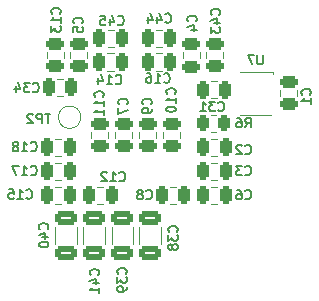
<source format=gbo>
G04 #@! TF.GenerationSoftware,KiCad,Pcbnew,7.0.7-7.0.7~ubuntu22.04.1*
G04 #@! TF.CreationDate,2023-10-22T18:43:05+02:00*
G04 #@! TF.ProjectId,bitaxeUltra,62697461-7865-4556-9c74-72612e6b6963,rev?*
G04 #@! TF.SameCoordinates,Original*
G04 #@! TF.FileFunction,Legend,Bot*
G04 #@! TF.FilePolarity,Positive*
%FSLAX46Y46*%
G04 Gerber Fmt 4.6, Leading zero omitted, Abs format (unit mm)*
G04 Created by KiCad (PCBNEW 7.0.7-7.0.7~ubuntu22.04.1) date 2023-10-22 18:43:05*
%MOMM*%
%LPD*%
G01*
G04 APERTURE LIST*
G04 Aperture macros list*
%AMRoundRect*
0 Rectangle with rounded corners*
0 $1 Rounding radius*
0 $2 $3 $4 $5 $6 $7 $8 $9 X,Y pos of 4 corners*
0 Add a 4 corners polygon primitive as box body*
4,1,4,$2,$3,$4,$5,$6,$7,$8,$9,$2,$3,0*
0 Add four circle primitives for the rounded corners*
1,1,$1+$1,$2,$3*
1,1,$1+$1,$4,$5*
1,1,$1+$1,$6,$7*
1,1,$1+$1,$8,$9*
0 Add four rect primitives between the rounded corners*
20,1,$1+$1,$2,$3,$4,$5,0*
20,1,$1+$1,$4,$5,$6,$7,0*
20,1,$1+$1,$6,$7,$8,$9,0*
20,1,$1+$1,$8,$9,$2,$3,0*%
G04 Aperture macros list end*
%ADD10C,0.150000*%
%ADD11C,0.120000*%
%ADD12RoundRect,0.250000X-0.250000X-0.475000X0.250000X-0.475000X0.250000X0.475000X-0.250000X0.475000X0*%
%ADD13RoundRect,0.250000X0.250000X0.475000X-0.250000X0.475000X-0.250000X-0.475000X0.250000X-0.475000X0*%
%ADD14RoundRect,0.250000X0.475000X-0.250000X0.475000X0.250000X-0.475000X0.250000X-0.475000X-0.250000X0*%
%ADD15R,1.700000X1.700000*%
%ADD16O,1.700000X1.700000*%
%ADD17C,3.200000*%
%ADD18C,1.100000*%
%ADD19R,2.030000X1.730000*%
%ADD20O,2.030000X1.730000*%
%ADD21R,2.600000X2.600000*%
%ADD22C,2.600000*%
%ADD23RoundRect,0.250000X-0.650000X0.325000X-0.650000X-0.325000X0.650000X-0.325000X0.650000X0.325000X0*%
%ADD24RoundRect,0.250000X-0.475000X0.250000X-0.475000X-0.250000X0.475000X-0.250000X0.475000X0.250000X0*%
%ADD25R,0.900000X1.000000*%
%ADD26RoundRect,0.250000X0.262500X0.450000X-0.262500X0.450000X-0.262500X-0.450000X0.262500X-0.450000X0*%
%ADD27C,1.500000*%
G04 APERTURE END LIST*
D10*
X230914285Y-75686104D02*
X230952381Y-75724200D01*
X230952381Y-75724200D02*
X231066666Y-75762295D01*
X231066666Y-75762295D02*
X231142857Y-75762295D01*
X231142857Y-75762295D02*
X231257143Y-75724200D01*
X231257143Y-75724200D02*
X231333333Y-75648009D01*
X231333333Y-75648009D02*
X231371428Y-75571819D01*
X231371428Y-75571819D02*
X231409524Y-75419438D01*
X231409524Y-75419438D02*
X231409524Y-75305152D01*
X231409524Y-75305152D02*
X231371428Y-75152771D01*
X231371428Y-75152771D02*
X231333333Y-75076580D01*
X231333333Y-75076580D02*
X231257143Y-75000390D01*
X231257143Y-75000390D02*
X231142857Y-74962295D01*
X231142857Y-74962295D02*
X231066666Y-74962295D01*
X231066666Y-74962295D02*
X230952381Y-75000390D01*
X230952381Y-75000390D02*
X230914285Y-75038485D01*
X230228571Y-75228961D02*
X230228571Y-75762295D01*
X230419047Y-74924200D02*
X230609524Y-75495628D01*
X230609524Y-75495628D02*
X230114285Y-75495628D01*
X229428571Y-74962295D02*
X229809523Y-74962295D01*
X229809523Y-74962295D02*
X229847619Y-75343247D01*
X229847619Y-75343247D02*
X229809523Y-75305152D01*
X229809523Y-75305152D02*
X229733333Y-75267057D01*
X229733333Y-75267057D02*
X229542857Y-75267057D01*
X229542857Y-75267057D02*
X229466666Y-75305152D01*
X229466666Y-75305152D02*
X229428571Y-75343247D01*
X229428571Y-75343247D02*
X229390476Y-75419438D01*
X229390476Y-75419438D02*
X229390476Y-75609914D01*
X229390476Y-75609914D02*
X229428571Y-75686104D01*
X229428571Y-75686104D02*
X229466666Y-75724200D01*
X229466666Y-75724200D02*
X229542857Y-75762295D01*
X229542857Y-75762295D02*
X229733333Y-75762295D01*
X229733333Y-75762295D02*
X229809523Y-75724200D01*
X229809523Y-75724200D02*
X229847619Y-75686104D01*
X234914285Y-75506104D02*
X234952381Y-75544200D01*
X234952381Y-75544200D02*
X235066666Y-75582295D01*
X235066666Y-75582295D02*
X235142857Y-75582295D01*
X235142857Y-75582295D02*
X235257143Y-75544200D01*
X235257143Y-75544200D02*
X235333333Y-75468009D01*
X235333333Y-75468009D02*
X235371428Y-75391819D01*
X235371428Y-75391819D02*
X235409524Y-75239438D01*
X235409524Y-75239438D02*
X235409524Y-75125152D01*
X235409524Y-75125152D02*
X235371428Y-74972771D01*
X235371428Y-74972771D02*
X235333333Y-74896580D01*
X235333333Y-74896580D02*
X235257143Y-74820390D01*
X235257143Y-74820390D02*
X235142857Y-74782295D01*
X235142857Y-74782295D02*
X235066666Y-74782295D01*
X235066666Y-74782295D02*
X234952381Y-74820390D01*
X234952381Y-74820390D02*
X234914285Y-74858485D01*
X234228571Y-75048961D02*
X234228571Y-75582295D01*
X234419047Y-74744200D02*
X234609524Y-75315628D01*
X234609524Y-75315628D02*
X234114285Y-75315628D01*
X233466666Y-75048961D02*
X233466666Y-75582295D01*
X233657142Y-74744200D02*
X233847619Y-75315628D01*
X233847619Y-75315628D02*
X233352380Y-75315628D01*
X239486104Y-74885714D02*
X239524200Y-74847618D01*
X239524200Y-74847618D02*
X239562295Y-74733333D01*
X239562295Y-74733333D02*
X239562295Y-74657142D01*
X239562295Y-74657142D02*
X239524200Y-74542856D01*
X239524200Y-74542856D02*
X239448009Y-74466666D01*
X239448009Y-74466666D02*
X239371819Y-74428571D01*
X239371819Y-74428571D02*
X239219438Y-74390475D01*
X239219438Y-74390475D02*
X239105152Y-74390475D01*
X239105152Y-74390475D02*
X238952771Y-74428571D01*
X238952771Y-74428571D02*
X238876580Y-74466666D01*
X238876580Y-74466666D02*
X238800390Y-74542856D01*
X238800390Y-74542856D02*
X238762295Y-74657142D01*
X238762295Y-74657142D02*
X238762295Y-74733333D01*
X238762295Y-74733333D02*
X238800390Y-74847618D01*
X238800390Y-74847618D02*
X238838485Y-74885714D01*
X239028961Y-75571428D02*
X239562295Y-75571428D01*
X238724200Y-75380952D02*
X239295628Y-75190475D01*
X239295628Y-75190475D02*
X239295628Y-75685714D01*
X238762295Y-75914285D02*
X238762295Y-76409523D01*
X238762295Y-76409523D02*
X239067057Y-76142857D01*
X239067057Y-76142857D02*
X239067057Y-76257142D01*
X239067057Y-76257142D02*
X239105152Y-76333333D01*
X239105152Y-76333333D02*
X239143247Y-76371428D01*
X239143247Y-76371428D02*
X239219438Y-76409523D01*
X239219438Y-76409523D02*
X239409914Y-76409523D01*
X239409914Y-76409523D02*
X239486104Y-76371428D01*
X239486104Y-76371428D02*
X239524200Y-76333333D01*
X239524200Y-76333333D02*
X239562295Y-76257142D01*
X239562295Y-76257142D02*
X239562295Y-76028571D01*
X239562295Y-76028571D02*
X239524200Y-75952380D01*
X239524200Y-75952380D02*
X239486104Y-75914285D01*
X225986104Y-74785714D02*
X226024200Y-74747618D01*
X226024200Y-74747618D02*
X226062295Y-74633333D01*
X226062295Y-74633333D02*
X226062295Y-74557142D01*
X226062295Y-74557142D02*
X226024200Y-74442856D01*
X226024200Y-74442856D02*
X225948009Y-74366666D01*
X225948009Y-74366666D02*
X225871819Y-74328571D01*
X225871819Y-74328571D02*
X225719438Y-74290475D01*
X225719438Y-74290475D02*
X225605152Y-74290475D01*
X225605152Y-74290475D02*
X225452771Y-74328571D01*
X225452771Y-74328571D02*
X225376580Y-74366666D01*
X225376580Y-74366666D02*
X225300390Y-74442856D01*
X225300390Y-74442856D02*
X225262295Y-74557142D01*
X225262295Y-74557142D02*
X225262295Y-74633333D01*
X225262295Y-74633333D02*
X225300390Y-74747618D01*
X225300390Y-74747618D02*
X225338485Y-74785714D01*
X226062295Y-75547618D02*
X226062295Y-75090475D01*
X226062295Y-75319047D02*
X225262295Y-75319047D01*
X225262295Y-75319047D02*
X225376580Y-75242856D01*
X225376580Y-75242856D02*
X225452771Y-75166666D01*
X225452771Y-75166666D02*
X225490866Y-75090475D01*
X225262295Y-75814285D02*
X225262295Y-76309523D01*
X225262295Y-76309523D02*
X225567057Y-76042857D01*
X225567057Y-76042857D02*
X225567057Y-76157142D01*
X225567057Y-76157142D02*
X225605152Y-76233333D01*
X225605152Y-76233333D02*
X225643247Y-76271428D01*
X225643247Y-76271428D02*
X225719438Y-76309523D01*
X225719438Y-76309523D02*
X225909914Y-76309523D01*
X225909914Y-76309523D02*
X225986104Y-76271428D01*
X225986104Y-76271428D02*
X226024200Y-76233333D01*
X226024200Y-76233333D02*
X226062295Y-76157142D01*
X226062295Y-76157142D02*
X226062295Y-75928571D01*
X226062295Y-75928571D02*
X226024200Y-75852380D01*
X226024200Y-75852380D02*
X225986104Y-75814285D01*
X227870104Y-75624667D02*
X227908200Y-75586571D01*
X227908200Y-75586571D02*
X227946295Y-75472286D01*
X227946295Y-75472286D02*
X227946295Y-75396095D01*
X227946295Y-75396095D02*
X227908200Y-75281809D01*
X227908200Y-75281809D02*
X227832009Y-75205619D01*
X227832009Y-75205619D02*
X227755819Y-75167524D01*
X227755819Y-75167524D02*
X227603438Y-75129428D01*
X227603438Y-75129428D02*
X227489152Y-75129428D01*
X227489152Y-75129428D02*
X227336771Y-75167524D01*
X227336771Y-75167524D02*
X227260580Y-75205619D01*
X227260580Y-75205619D02*
X227184390Y-75281809D01*
X227184390Y-75281809D02*
X227146295Y-75396095D01*
X227146295Y-75396095D02*
X227146295Y-75472286D01*
X227146295Y-75472286D02*
X227184390Y-75586571D01*
X227184390Y-75586571D02*
X227222485Y-75624667D01*
X227146295Y-76348476D02*
X227146295Y-75967524D01*
X227146295Y-75967524D02*
X227527247Y-75929428D01*
X227527247Y-75929428D02*
X227489152Y-75967524D01*
X227489152Y-75967524D02*
X227451057Y-76043714D01*
X227451057Y-76043714D02*
X227451057Y-76234190D01*
X227451057Y-76234190D02*
X227489152Y-76310381D01*
X227489152Y-76310381D02*
X227527247Y-76348476D01*
X227527247Y-76348476D02*
X227603438Y-76386571D01*
X227603438Y-76386571D02*
X227793914Y-76386571D01*
X227793914Y-76386571D02*
X227870104Y-76348476D01*
X227870104Y-76348476D02*
X227908200Y-76310381D01*
X227908200Y-76310381D02*
X227946295Y-76234190D01*
X227946295Y-76234190D02*
X227946295Y-76043714D01*
X227946295Y-76043714D02*
X227908200Y-75967524D01*
X227908200Y-75967524D02*
X227870104Y-75929428D01*
X223714285Y-81386104D02*
X223752381Y-81424200D01*
X223752381Y-81424200D02*
X223866666Y-81462295D01*
X223866666Y-81462295D02*
X223942857Y-81462295D01*
X223942857Y-81462295D02*
X224057143Y-81424200D01*
X224057143Y-81424200D02*
X224133333Y-81348009D01*
X224133333Y-81348009D02*
X224171428Y-81271819D01*
X224171428Y-81271819D02*
X224209524Y-81119438D01*
X224209524Y-81119438D02*
X224209524Y-81005152D01*
X224209524Y-81005152D02*
X224171428Y-80852771D01*
X224171428Y-80852771D02*
X224133333Y-80776580D01*
X224133333Y-80776580D02*
X224057143Y-80700390D01*
X224057143Y-80700390D02*
X223942857Y-80662295D01*
X223942857Y-80662295D02*
X223866666Y-80662295D01*
X223866666Y-80662295D02*
X223752381Y-80700390D01*
X223752381Y-80700390D02*
X223714285Y-80738485D01*
X223447619Y-80662295D02*
X222952381Y-80662295D01*
X222952381Y-80662295D02*
X223219047Y-80967057D01*
X223219047Y-80967057D02*
X223104762Y-80967057D01*
X223104762Y-80967057D02*
X223028571Y-81005152D01*
X223028571Y-81005152D02*
X222990476Y-81043247D01*
X222990476Y-81043247D02*
X222952381Y-81119438D01*
X222952381Y-81119438D02*
X222952381Y-81309914D01*
X222952381Y-81309914D02*
X222990476Y-81386104D01*
X222990476Y-81386104D02*
X223028571Y-81424200D01*
X223028571Y-81424200D02*
X223104762Y-81462295D01*
X223104762Y-81462295D02*
X223333333Y-81462295D01*
X223333333Y-81462295D02*
X223409524Y-81424200D01*
X223409524Y-81424200D02*
X223447619Y-81386104D01*
X222266666Y-80928961D02*
X222266666Y-81462295D01*
X222457142Y-80624200D02*
X222647619Y-81195628D01*
X222647619Y-81195628D02*
X222152380Y-81195628D01*
X223526285Y-86392104D02*
X223564381Y-86430200D01*
X223564381Y-86430200D02*
X223678666Y-86468295D01*
X223678666Y-86468295D02*
X223754857Y-86468295D01*
X223754857Y-86468295D02*
X223869143Y-86430200D01*
X223869143Y-86430200D02*
X223945333Y-86354009D01*
X223945333Y-86354009D02*
X223983428Y-86277819D01*
X223983428Y-86277819D02*
X224021524Y-86125438D01*
X224021524Y-86125438D02*
X224021524Y-86011152D01*
X224021524Y-86011152D02*
X223983428Y-85858771D01*
X223983428Y-85858771D02*
X223945333Y-85782580D01*
X223945333Y-85782580D02*
X223869143Y-85706390D01*
X223869143Y-85706390D02*
X223754857Y-85668295D01*
X223754857Y-85668295D02*
X223678666Y-85668295D01*
X223678666Y-85668295D02*
X223564381Y-85706390D01*
X223564381Y-85706390D02*
X223526285Y-85744485D01*
X222764381Y-86468295D02*
X223221524Y-86468295D01*
X222992952Y-86468295D02*
X222992952Y-85668295D01*
X222992952Y-85668295D02*
X223069143Y-85782580D01*
X223069143Y-85782580D02*
X223145333Y-85858771D01*
X223145333Y-85858771D02*
X223221524Y-85896866D01*
X222307238Y-86011152D02*
X222383428Y-85973057D01*
X222383428Y-85973057D02*
X222421523Y-85934961D01*
X222421523Y-85934961D02*
X222459619Y-85858771D01*
X222459619Y-85858771D02*
X222459619Y-85820676D01*
X222459619Y-85820676D02*
X222421523Y-85744485D01*
X222421523Y-85744485D02*
X222383428Y-85706390D01*
X222383428Y-85706390D02*
X222307238Y-85668295D01*
X222307238Y-85668295D02*
X222154857Y-85668295D01*
X222154857Y-85668295D02*
X222078666Y-85706390D01*
X222078666Y-85706390D02*
X222040571Y-85744485D01*
X222040571Y-85744485D02*
X222002476Y-85820676D01*
X222002476Y-85820676D02*
X222002476Y-85858771D01*
X222002476Y-85858771D02*
X222040571Y-85934961D01*
X222040571Y-85934961D02*
X222078666Y-85973057D01*
X222078666Y-85973057D02*
X222154857Y-86011152D01*
X222154857Y-86011152D02*
X222307238Y-86011152D01*
X222307238Y-86011152D02*
X222383428Y-86049247D01*
X222383428Y-86049247D02*
X222421523Y-86087342D01*
X222421523Y-86087342D02*
X222459619Y-86163533D01*
X222459619Y-86163533D02*
X222459619Y-86315914D01*
X222459619Y-86315914D02*
X222421523Y-86392104D01*
X222421523Y-86392104D02*
X222383428Y-86430200D01*
X222383428Y-86430200D02*
X222307238Y-86468295D01*
X222307238Y-86468295D02*
X222154857Y-86468295D01*
X222154857Y-86468295D02*
X222078666Y-86430200D01*
X222078666Y-86430200D02*
X222040571Y-86392104D01*
X222040571Y-86392104D02*
X222002476Y-86315914D01*
X222002476Y-86315914D02*
X222002476Y-86163533D01*
X222002476Y-86163533D02*
X222040571Y-86087342D01*
X222040571Y-86087342D02*
X222078666Y-86049247D01*
X222078666Y-86049247D02*
X222154857Y-86011152D01*
X233712104Y-82482667D02*
X233750200Y-82444571D01*
X233750200Y-82444571D02*
X233788295Y-82330286D01*
X233788295Y-82330286D02*
X233788295Y-82254095D01*
X233788295Y-82254095D02*
X233750200Y-82139809D01*
X233750200Y-82139809D02*
X233674009Y-82063619D01*
X233674009Y-82063619D02*
X233597819Y-82025524D01*
X233597819Y-82025524D02*
X233445438Y-81987428D01*
X233445438Y-81987428D02*
X233331152Y-81987428D01*
X233331152Y-81987428D02*
X233178771Y-82025524D01*
X233178771Y-82025524D02*
X233102580Y-82063619D01*
X233102580Y-82063619D02*
X233026390Y-82139809D01*
X233026390Y-82139809D02*
X232988295Y-82254095D01*
X232988295Y-82254095D02*
X232988295Y-82330286D01*
X232988295Y-82330286D02*
X233026390Y-82444571D01*
X233026390Y-82444571D02*
X233064485Y-82482667D01*
X233788295Y-82863619D02*
X233788295Y-83016000D01*
X233788295Y-83016000D02*
X233750200Y-83092190D01*
X233750200Y-83092190D02*
X233712104Y-83130286D01*
X233712104Y-83130286D02*
X233597819Y-83206476D01*
X233597819Y-83206476D02*
X233445438Y-83244571D01*
X233445438Y-83244571D02*
X233140676Y-83244571D01*
X233140676Y-83244571D02*
X233064485Y-83206476D01*
X233064485Y-83206476D02*
X233026390Y-83168381D01*
X233026390Y-83168381D02*
X232988295Y-83092190D01*
X232988295Y-83092190D02*
X232988295Y-82939809D01*
X232988295Y-82939809D02*
X233026390Y-82863619D01*
X233026390Y-82863619D02*
X233064485Y-82825524D01*
X233064485Y-82825524D02*
X233140676Y-82787428D01*
X233140676Y-82787428D02*
X233331152Y-82787428D01*
X233331152Y-82787428D02*
X233407342Y-82825524D01*
X233407342Y-82825524D02*
X233445438Y-82863619D01*
X233445438Y-82863619D02*
X233483533Y-82939809D01*
X233483533Y-82939809D02*
X233483533Y-83092190D01*
X233483533Y-83092190D02*
X233445438Y-83168381D01*
X233445438Y-83168381D02*
X233407342Y-83206476D01*
X233407342Y-83206476D02*
X233331152Y-83244571D01*
X229648104Y-81847714D02*
X229686200Y-81809618D01*
X229686200Y-81809618D02*
X229724295Y-81695333D01*
X229724295Y-81695333D02*
X229724295Y-81619142D01*
X229724295Y-81619142D02*
X229686200Y-81504856D01*
X229686200Y-81504856D02*
X229610009Y-81428666D01*
X229610009Y-81428666D02*
X229533819Y-81390571D01*
X229533819Y-81390571D02*
X229381438Y-81352475D01*
X229381438Y-81352475D02*
X229267152Y-81352475D01*
X229267152Y-81352475D02*
X229114771Y-81390571D01*
X229114771Y-81390571D02*
X229038580Y-81428666D01*
X229038580Y-81428666D02*
X228962390Y-81504856D01*
X228962390Y-81504856D02*
X228924295Y-81619142D01*
X228924295Y-81619142D02*
X228924295Y-81695333D01*
X228924295Y-81695333D02*
X228962390Y-81809618D01*
X228962390Y-81809618D02*
X229000485Y-81847714D01*
X229724295Y-82609618D02*
X229724295Y-82152475D01*
X229724295Y-82381047D02*
X228924295Y-82381047D01*
X228924295Y-82381047D02*
X229038580Y-82304856D01*
X229038580Y-82304856D02*
X229114771Y-82228666D01*
X229114771Y-82228666D02*
X229152866Y-82152475D01*
X229724295Y-83371523D02*
X229724295Y-82914380D01*
X229724295Y-83142952D02*
X228924295Y-83142952D01*
X228924295Y-83142952D02*
X229038580Y-83066761D01*
X229038580Y-83066761D02*
X229114771Y-82990571D01*
X229114771Y-82990571D02*
X229152866Y-82914380D01*
X239414285Y-82986104D02*
X239452381Y-83024200D01*
X239452381Y-83024200D02*
X239566666Y-83062295D01*
X239566666Y-83062295D02*
X239642857Y-83062295D01*
X239642857Y-83062295D02*
X239757143Y-83024200D01*
X239757143Y-83024200D02*
X239833333Y-82948009D01*
X239833333Y-82948009D02*
X239871428Y-82871819D01*
X239871428Y-82871819D02*
X239909524Y-82719438D01*
X239909524Y-82719438D02*
X239909524Y-82605152D01*
X239909524Y-82605152D02*
X239871428Y-82452771D01*
X239871428Y-82452771D02*
X239833333Y-82376580D01*
X239833333Y-82376580D02*
X239757143Y-82300390D01*
X239757143Y-82300390D02*
X239642857Y-82262295D01*
X239642857Y-82262295D02*
X239566666Y-82262295D01*
X239566666Y-82262295D02*
X239452381Y-82300390D01*
X239452381Y-82300390D02*
X239414285Y-82338485D01*
X239147619Y-82262295D02*
X238652381Y-82262295D01*
X238652381Y-82262295D02*
X238919047Y-82567057D01*
X238919047Y-82567057D02*
X238804762Y-82567057D01*
X238804762Y-82567057D02*
X238728571Y-82605152D01*
X238728571Y-82605152D02*
X238690476Y-82643247D01*
X238690476Y-82643247D02*
X238652381Y-82719438D01*
X238652381Y-82719438D02*
X238652381Y-82909914D01*
X238652381Y-82909914D02*
X238690476Y-82986104D01*
X238690476Y-82986104D02*
X238728571Y-83024200D01*
X238728571Y-83024200D02*
X238804762Y-83062295D01*
X238804762Y-83062295D02*
X239033333Y-83062295D01*
X239033333Y-83062295D02*
X239109524Y-83024200D01*
X239109524Y-83024200D02*
X239147619Y-82986104D01*
X237890476Y-83062295D02*
X238347619Y-83062295D01*
X238119047Y-83062295D02*
X238119047Y-82262295D01*
X238119047Y-82262295D02*
X238195238Y-82376580D01*
X238195238Y-82376580D02*
X238271428Y-82452771D01*
X238271428Y-82452771D02*
X238347619Y-82490866D01*
X224953304Y-93057514D02*
X224991400Y-93019418D01*
X224991400Y-93019418D02*
X225029495Y-92905133D01*
X225029495Y-92905133D02*
X225029495Y-92828942D01*
X225029495Y-92828942D02*
X224991400Y-92714656D01*
X224991400Y-92714656D02*
X224915209Y-92638466D01*
X224915209Y-92638466D02*
X224839019Y-92600371D01*
X224839019Y-92600371D02*
X224686638Y-92562275D01*
X224686638Y-92562275D02*
X224572352Y-92562275D01*
X224572352Y-92562275D02*
X224419971Y-92600371D01*
X224419971Y-92600371D02*
X224343780Y-92638466D01*
X224343780Y-92638466D02*
X224267590Y-92714656D01*
X224267590Y-92714656D02*
X224229495Y-92828942D01*
X224229495Y-92828942D02*
X224229495Y-92905133D01*
X224229495Y-92905133D02*
X224267590Y-93019418D01*
X224267590Y-93019418D02*
X224305685Y-93057514D01*
X224496161Y-93743228D02*
X225029495Y-93743228D01*
X224191400Y-93552752D02*
X224762828Y-93362275D01*
X224762828Y-93362275D02*
X224762828Y-93857514D01*
X224229495Y-94314657D02*
X224229495Y-94390847D01*
X224229495Y-94390847D02*
X224267590Y-94467038D01*
X224267590Y-94467038D02*
X224305685Y-94505133D01*
X224305685Y-94505133D02*
X224381876Y-94543228D01*
X224381876Y-94543228D02*
X224534257Y-94581323D01*
X224534257Y-94581323D02*
X224724733Y-94581323D01*
X224724733Y-94581323D02*
X224877114Y-94543228D01*
X224877114Y-94543228D02*
X224953304Y-94505133D01*
X224953304Y-94505133D02*
X224991400Y-94467038D01*
X224991400Y-94467038D02*
X225029495Y-94390847D01*
X225029495Y-94390847D02*
X225029495Y-94314657D01*
X225029495Y-94314657D02*
X224991400Y-94238466D01*
X224991400Y-94238466D02*
X224953304Y-94200371D01*
X224953304Y-94200371D02*
X224877114Y-94162276D01*
X224877114Y-94162276D02*
X224724733Y-94124180D01*
X224724733Y-94124180D02*
X224534257Y-94124180D01*
X224534257Y-94124180D02*
X224381876Y-94162276D01*
X224381876Y-94162276D02*
X224305685Y-94200371D01*
X224305685Y-94200371D02*
X224267590Y-94238466D01*
X224267590Y-94238466D02*
X224229495Y-94314657D01*
X223526285Y-88424104D02*
X223564381Y-88462200D01*
X223564381Y-88462200D02*
X223678666Y-88500295D01*
X223678666Y-88500295D02*
X223754857Y-88500295D01*
X223754857Y-88500295D02*
X223869143Y-88462200D01*
X223869143Y-88462200D02*
X223945333Y-88386009D01*
X223945333Y-88386009D02*
X223983428Y-88309819D01*
X223983428Y-88309819D02*
X224021524Y-88157438D01*
X224021524Y-88157438D02*
X224021524Y-88043152D01*
X224021524Y-88043152D02*
X223983428Y-87890771D01*
X223983428Y-87890771D02*
X223945333Y-87814580D01*
X223945333Y-87814580D02*
X223869143Y-87738390D01*
X223869143Y-87738390D02*
X223754857Y-87700295D01*
X223754857Y-87700295D02*
X223678666Y-87700295D01*
X223678666Y-87700295D02*
X223564381Y-87738390D01*
X223564381Y-87738390D02*
X223526285Y-87776485D01*
X222764381Y-88500295D02*
X223221524Y-88500295D01*
X222992952Y-88500295D02*
X222992952Y-87700295D01*
X222992952Y-87700295D02*
X223069143Y-87814580D01*
X223069143Y-87814580D02*
X223145333Y-87890771D01*
X223145333Y-87890771D02*
X223221524Y-87928866D01*
X222497714Y-87700295D02*
X221964380Y-87700295D01*
X221964380Y-87700295D02*
X222307238Y-88500295D01*
X231044685Y-88932104D02*
X231082781Y-88970200D01*
X231082781Y-88970200D02*
X231197066Y-89008295D01*
X231197066Y-89008295D02*
X231273257Y-89008295D01*
X231273257Y-89008295D02*
X231387543Y-88970200D01*
X231387543Y-88970200D02*
X231463733Y-88894009D01*
X231463733Y-88894009D02*
X231501828Y-88817819D01*
X231501828Y-88817819D02*
X231539924Y-88665438D01*
X231539924Y-88665438D02*
X231539924Y-88551152D01*
X231539924Y-88551152D02*
X231501828Y-88398771D01*
X231501828Y-88398771D02*
X231463733Y-88322580D01*
X231463733Y-88322580D02*
X231387543Y-88246390D01*
X231387543Y-88246390D02*
X231273257Y-88208295D01*
X231273257Y-88208295D02*
X231197066Y-88208295D01*
X231197066Y-88208295D02*
X231082781Y-88246390D01*
X231082781Y-88246390D02*
X231044685Y-88284485D01*
X230282781Y-89008295D02*
X230739924Y-89008295D01*
X230511352Y-89008295D02*
X230511352Y-88208295D01*
X230511352Y-88208295D02*
X230587543Y-88322580D01*
X230587543Y-88322580D02*
X230663733Y-88398771D01*
X230663733Y-88398771D02*
X230739924Y-88436866D01*
X229978019Y-88284485D02*
X229939923Y-88246390D01*
X229939923Y-88246390D02*
X229863733Y-88208295D01*
X229863733Y-88208295D02*
X229673257Y-88208295D01*
X229673257Y-88208295D02*
X229597066Y-88246390D01*
X229597066Y-88246390D02*
X229558971Y-88284485D01*
X229558971Y-88284485D02*
X229520876Y-88360676D01*
X229520876Y-88360676D02*
X229520876Y-88436866D01*
X229520876Y-88436866D02*
X229558971Y-88551152D01*
X229558971Y-88551152D02*
X230016114Y-89008295D01*
X230016114Y-89008295D02*
X229520876Y-89008295D01*
X241687332Y-90456104D02*
X241725428Y-90494200D01*
X241725428Y-90494200D02*
X241839713Y-90532295D01*
X241839713Y-90532295D02*
X241915904Y-90532295D01*
X241915904Y-90532295D02*
X242030190Y-90494200D01*
X242030190Y-90494200D02*
X242106380Y-90418009D01*
X242106380Y-90418009D02*
X242144475Y-90341819D01*
X242144475Y-90341819D02*
X242182571Y-90189438D01*
X242182571Y-90189438D02*
X242182571Y-90075152D01*
X242182571Y-90075152D02*
X242144475Y-89922771D01*
X242144475Y-89922771D02*
X242106380Y-89846580D01*
X242106380Y-89846580D02*
X242030190Y-89770390D01*
X242030190Y-89770390D02*
X241915904Y-89732295D01*
X241915904Y-89732295D02*
X241839713Y-89732295D01*
X241839713Y-89732295D02*
X241725428Y-89770390D01*
X241725428Y-89770390D02*
X241687332Y-89808485D01*
X241001618Y-89732295D02*
X241153999Y-89732295D01*
X241153999Y-89732295D02*
X241230190Y-89770390D01*
X241230190Y-89770390D02*
X241268285Y-89808485D01*
X241268285Y-89808485D02*
X241344475Y-89922771D01*
X241344475Y-89922771D02*
X241382571Y-90075152D01*
X241382571Y-90075152D02*
X241382571Y-90379914D01*
X241382571Y-90379914D02*
X241344475Y-90456104D01*
X241344475Y-90456104D02*
X241306380Y-90494200D01*
X241306380Y-90494200D02*
X241230190Y-90532295D01*
X241230190Y-90532295D02*
X241077809Y-90532295D01*
X241077809Y-90532295D02*
X241001618Y-90494200D01*
X241001618Y-90494200D02*
X240963523Y-90456104D01*
X240963523Y-90456104D02*
X240925428Y-90379914D01*
X240925428Y-90379914D02*
X240925428Y-90189438D01*
X240925428Y-90189438D02*
X240963523Y-90113247D01*
X240963523Y-90113247D02*
X241001618Y-90075152D01*
X241001618Y-90075152D02*
X241077809Y-90037057D01*
X241077809Y-90037057D02*
X241230190Y-90037057D01*
X241230190Y-90037057D02*
X241306380Y-90075152D01*
X241306380Y-90075152D02*
X241344475Y-90113247D01*
X241344475Y-90113247D02*
X241382571Y-90189438D01*
X237522104Y-75457067D02*
X237560200Y-75418971D01*
X237560200Y-75418971D02*
X237598295Y-75304686D01*
X237598295Y-75304686D02*
X237598295Y-75228495D01*
X237598295Y-75228495D02*
X237560200Y-75114209D01*
X237560200Y-75114209D02*
X237484009Y-75038019D01*
X237484009Y-75038019D02*
X237407819Y-74999924D01*
X237407819Y-74999924D02*
X237255438Y-74961828D01*
X237255438Y-74961828D02*
X237141152Y-74961828D01*
X237141152Y-74961828D02*
X236988771Y-74999924D01*
X236988771Y-74999924D02*
X236912580Y-75038019D01*
X236912580Y-75038019D02*
X236836390Y-75114209D01*
X236836390Y-75114209D02*
X236798295Y-75228495D01*
X236798295Y-75228495D02*
X236798295Y-75304686D01*
X236798295Y-75304686D02*
X236836390Y-75418971D01*
X236836390Y-75418971D02*
X236874485Y-75457067D01*
X237064961Y-76142781D02*
X237598295Y-76142781D01*
X236760200Y-75952305D02*
X237331628Y-75761828D01*
X237331628Y-75761828D02*
X237331628Y-76257067D01*
X247174104Y-81654667D02*
X247212200Y-81616571D01*
X247212200Y-81616571D02*
X247250295Y-81502286D01*
X247250295Y-81502286D02*
X247250295Y-81426095D01*
X247250295Y-81426095D02*
X247212200Y-81311809D01*
X247212200Y-81311809D02*
X247136009Y-81235619D01*
X247136009Y-81235619D02*
X247059819Y-81197524D01*
X247059819Y-81197524D02*
X246907438Y-81159428D01*
X246907438Y-81159428D02*
X246793152Y-81159428D01*
X246793152Y-81159428D02*
X246640771Y-81197524D01*
X246640771Y-81197524D02*
X246564580Y-81235619D01*
X246564580Y-81235619D02*
X246488390Y-81311809D01*
X246488390Y-81311809D02*
X246450295Y-81426095D01*
X246450295Y-81426095D02*
X246450295Y-81502286D01*
X246450295Y-81502286D02*
X246488390Y-81616571D01*
X246488390Y-81616571D02*
X246526485Y-81654667D01*
X247250295Y-82416571D02*
X247250295Y-81959428D01*
X247250295Y-82188000D02*
X246450295Y-82188000D01*
X246450295Y-82188000D02*
X246564580Y-82111809D01*
X246564580Y-82111809D02*
X246640771Y-82035619D01*
X246640771Y-82035619D02*
X246678866Y-81959428D01*
X241687332Y-88424104D02*
X241725428Y-88462200D01*
X241725428Y-88462200D02*
X241839713Y-88500295D01*
X241839713Y-88500295D02*
X241915904Y-88500295D01*
X241915904Y-88500295D02*
X242030190Y-88462200D01*
X242030190Y-88462200D02*
X242106380Y-88386009D01*
X242106380Y-88386009D02*
X242144475Y-88309819D01*
X242144475Y-88309819D02*
X242182571Y-88157438D01*
X242182571Y-88157438D02*
X242182571Y-88043152D01*
X242182571Y-88043152D02*
X242144475Y-87890771D01*
X242144475Y-87890771D02*
X242106380Y-87814580D01*
X242106380Y-87814580D02*
X242030190Y-87738390D01*
X242030190Y-87738390D02*
X241915904Y-87700295D01*
X241915904Y-87700295D02*
X241839713Y-87700295D01*
X241839713Y-87700295D02*
X241725428Y-87738390D01*
X241725428Y-87738390D02*
X241687332Y-87776485D01*
X241420666Y-87700295D02*
X240925428Y-87700295D01*
X240925428Y-87700295D02*
X241192094Y-88005057D01*
X241192094Y-88005057D02*
X241077809Y-88005057D01*
X241077809Y-88005057D02*
X241001618Y-88043152D01*
X241001618Y-88043152D02*
X240963523Y-88081247D01*
X240963523Y-88081247D02*
X240925428Y-88157438D01*
X240925428Y-88157438D02*
X240925428Y-88347914D01*
X240925428Y-88347914D02*
X240963523Y-88424104D01*
X240963523Y-88424104D02*
X241001618Y-88462200D01*
X241001618Y-88462200D02*
X241077809Y-88500295D01*
X241077809Y-88500295D02*
X241306380Y-88500295D01*
X241306380Y-88500295D02*
X241382571Y-88462200D01*
X241382571Y-88462200D02*
X241420666Y-88424104D01*
X235896504Y-93262514D02*
X235934600Y-93224418D01*
X235934600Y-93224418D02*
X235972695Y-93110133D01*
X235972695Y-93110133D02*
X235972695Y-93033942D01*
X235972695Y-93033942D02*
X235934600Y-92919656D01*
X235934600Y-92919656D02*
X235858409Y-92843466D01*
X235858409Y-92843466D02*
X235782219Y-92805371D01*
X235782219Y-92805371D02*
X235629838Y-92767275D01*
X235629838Y-92767275D02*
X235515552Y-92767275D01*
X235515552Y-92767275D02*
X235363171Y-92805371D01*
X235363171Y-92805371D02*
X235286980Y-92843466D01*
X235286980Y-92843466D02*
X235210790Y-92919656D01*
X235210790Y-92919656D02*
X235172695Y-93033942D01*
X235172695Y-93033942D02*
X235172695Y-93110133D01*
X235172695Y-93110133D02*
X235210790Y-93224418D01*
X235210790Y-93224418D02*
X235248885Y-93262514D01*
X235172695Y-93529180D02*
X235172695Y-94024418D01*
X235172695Y-94024418D02*
X235477457Y-93757752D01*
X235477457Y-93757752D02*
X235477457Y-93872037D01*
X235477457Y-93872037D02*
X235515552Y-93948228D01*
X235515552Y-93948228D02*
X235553647Y-93986323D01*
X235553647Y-93986323D02*
X235629838Y-94024418D01*
X235629838Y-94024418D02*
X235820314Y-94024418D01*
X235820314Y-94024418D02*
X235896504Y-93986323D01*
X235896504Y-93986323D02*
X235934600Y-93948228D01*
X235934600Y-93948228D02*
X235972695Y-93872037D01*
X235972695Y-93872037D02*
X235972695Y-93643466D01*
X235972695Y-93643466D02*
X235934600Y-93567275D01*
X235934600Y-93567275D02*
X235896504Y-93529180D01*
X235515552Y-94481561D02*
X235477457Y-94405371D01*
X235477457Y-94405371D02*
X235439361Y-94367276D01*
X235439361Y-94367276D02*
X235363171Y-94329180D01*
X235363171Y-94329180D02*
X235325076Y-94329180D01*
X235325076Y-94329180D02*
X235248885Y-94367276D01*
X235248885Y-94367276D02*
X235210790Y-94405371D01*
X235210790Y-94405371D02*
X235172695Y-94481561D01*
X235172695Y-94481561D02*
X235172695Y-94633942D01*
X235172695Y-94633942D02*
X235210790Y-94710133D01*
X235210790Y-94710133D02*
X235248885Y-94748228D01*
X235248885Y-94748228D02*
X235325076Y-94786323D01*
X235325076Y-94786323D02*
X235363171Y-94786323D01*
X235363171Y-94786323D02*
X235439361Y-94748228D01*
X235439361Y-94748228D02*
X235477457Y-94710133D01*
X235477457Y-94710133D02*
X235515552Y-94633942D01*
X235515552Y-94633942D02*
X235515552Y-94481561D01*
X235515552Y-94481561D02*
X235553647Y-94405371D01*
X235553647Y-94405371D02*
X235591742Y-94367276D01*
X235591742Y-94367276D02*
X235667933Y-94329180D01*
X235667933Y-94329180D02*
X235820314Y-94329180D01*
X235820314Y-94329180D02*
X235896504Y-94367276D01*
X235896504Y-94367276D02*
X235934600Y-94405371D01*
X235934600Y-94405371D02*
X235972695Y-94481561D01*
X235972695Y-94481561D02*
X235972695Y-94633942D01*
X235972695Y-94633942D02*
X235934600Y-94710133D01*
X235934600Y-94710133D02*
X235896504Y-94748228D01*
X235896504Y-94748228D02*
X235820314Y-94786323D01*
X235820314Y-94786323D02*
X235667933Y-94786323D01*
X235667933Y-94786323D02*
X235591742Y-94748228D01*
X235591742Y-94748228D02*
X235553647Y-94710133D01*
X235553647Y-94710133D02*
X235515552Y-94633942D01*
X235744104Y-81593714D02*
X235782200Y-81555618D01*
X235782200Y-81555618D02*
X235820295Y-81441333D01*
X235820295Y-81441333D02*
X235820295Y-81365142D01*
X235820295Y-81365142D02*
X235782200Y-81250856D01*
X235782200Y-81250856D02*
X235706009Y-81174666D01*
X235706009Y-81174666D02*
X235629819Y-81136571D01*
X235629819Y-81136571D02*
X235477438Y-81098475D01*
X235477438Y-81098475D02*
X235363152Y-81098475D01*
X235363152Y-81098475D02*
X235210771Y-81136571D01*
X235210771Y-81136571D02*
X235134580Y-81174666D01*
X235134580Y-81174666D02*
X235058390Y-81250856D01*
X235058390Y-81250856D02*
X235020295Y-81365142D01*
X235020295Y-81365142D02*
X235020295Y-81441333D01*
X235020295Y-81441333D02*
X235058390Y-81555618D01*
X235058390Y-81555618D02*
X235096485Y-81593714D01*
X235820295Y-82355618D02*
X235820295Y-81898475D01*
X235820295Y-82127047D02*
X235020295Y-82127047D01*
X235020295Y-82127047D02*
X235134580Y-82050856D01*
X235134580Y-82050856D02*
X235210771Y-81974666D01*
X235210771Y-81974666D02*
X235248866Y-81898475D01*
X235020295Y-82850857D02*
X235020295Y-82927047D01*
X235020295Y-82927047D02*
X235058390Y-83003238D01*
X235058390Y-83003238D02*
X235096485Y-83041333D01*
X235096485Y-83041333D02*
X235172676Y-83079428D01*
X235172676Y-83079428D02*
X235325057Y-83117523D01*
X235325057Y-83117523D02*
X235515533Y-83117523D01*
X235515533Y-83117523D02*
X235667914Y-83079428D01*
X235667914Y-83079428D02*
X235744104Y-83041333D01*
X235744104Y-83041333D02*
X235782200Y-83003238D01*
X235782200Y-83003238D02*
X235820295Y-82927047D01*
X235820295Y-82927047D02*
X235820295Y-82850857D01*
X235820295Y-82850857D02*
X235782200Y-82774666D01*
X235782200Y-82774666D02*
X235744104Y-82736571D01*
X235744104Y-82736571D02*
X235667914Y-82698476D01*
X235667914Y-82698476D02*
X235515533Y-82660380D01*
X235515533Y-82660380D02*
X235325057Y-82660380D01*
X235325057Y-82660380D02*
X235172676Y-82698476D01*
X235172676Y-82698476D02*
X235096485Y-82736571D01*
X235096485Y-82736571D02*
X235058390Y-82774666D01*
X235058390Y-82774666D02*
X235020295Y-82850857D01*
X243179523Y-78302295D02*
X243179523Y-78949914D01*
X243179523Y-78949914D02*
X243141428Y-79026104D01*
X243141428Y-79026104D02*
X243103333Y-79064200D01*
X243103333Y-79064200D02*
X243027142Y-79102295D01*
X243027142Y-79102295D02*
X242874761Y-79102295D01*
X242874761Y-79102295D02*
X242798571Y-79064200D01*
X242798571Y-79064200D02*
X242760476Y-79026104D01*
X242760476Y-79026104D02*
X242722380Y-78949914D01*
X242722380Y-78949914D02*
X242722380Y-78302295D01*
X242417619Y-78302295D02*
X241884285Y-78302295D01*
X241884285Y-78302295D02*
X242227143Y-79102295D01*
X229241704Y-96920114D02*
X229279800Y-96882018D01*
X229279800Y-96882018D02*
X229317895Y-96767733D01*
X229317895Y-96767733D02*
X229317895Y-96691542D01*
X229317895Y-96691542D02*
X229279800Y-96577256D01*
X229279800Y-96577256D02*
X229203609Y-96501066D01*
X229203609Y-96501066D02*
X229127419Y-96462971D01*
X229127419Y-96462971D02*
X228975038Y-96424875D01*
X228975038Y-96424875D02*
X228860752Y-96424875D01*
X228860752Y-96424875D02*
X228708371Y-96462971D01*
X228708371Y-96462971D02*
X228632180Y-96501066D01*
X228632180Y-96501066D02*
X228555990Y-96577256D01*
X228555990Y-96577256D02*
X228517895Y-96691542D01*
X228517895Y-96691542D02*
X228517895Y-96767733D01*
X228517895Y-96767733D02*
X228555990Y-96882018D01*
X228555990Y-96882018D02*
X228594085Y-96920114D01*
X228784561Y-97605828D02*
X229317895Y-97605828D01*
X228479800Y-97415352D02*
X229051228Y-97224875D01*
X229051228Y-97224875D02*
X229051228Y-97720114D01*
X229317895Y-98443923D02*
X229317895Y-97986780D01*
X229317895Y-98215352D02*
X228517895Y-98215352D01*
X228517895Y-98215352D02*
X228632180Y-98139161D01*
X228632180Y-98139161D02*
X228708371Y-98062971D01*
X228708371Y-98062971D02*
X228746466Y-97986780D01*
X231680104Y-82482667D02*
X231718200Y-82444571D01*
X231718200Y-82444571D02*
X231756295Y-82330286D01*
X231756295Y-82330286D02*
X231756295Y-82254095D01*
X231756295Y-82254095D02*
X231718200Y-82139809D01*
X231718200Y-82139809D02*
X231642009Y-82063619D01*
X231642009Y-82063619D02*
X231565819Y-82025524D01*
X231565819Y-82025524D02*
X231413438Y-81987428D01*
X231413438Y-81987428D02*
X231299152Y-81987428D01*
X231299152Y-81987428D02*
X231146771Y-82025524D01*
X231146771Y-82025524D02*
X231070580Y-82063619D01*
X231070580Y-82063619D02*
X230994390Y-82139809D01*
X230994390Y-82139809D02*
X230956295Y-82254095D01*
X230956295Y-82254095D02*
X230956295Y-82330286D01*
X230956295Y-82330286D02*
X230994390Y-82444571D01*
X230994390Y-82444571D02*
X231032485Y-82482667D01*
X230956295Y-82749333D02*
X230956295Y-83282667D01*
X230956295Y-83282667D02*
X231756295Y-82939809D01*
X234814285Y-80586104D02*
X234852381Y-80624200D01*
X234852381Y-80624200D02*
X234966666Y-80662295D01*
X234966666Y-80662295D02*
X235042857Y-80662295D01*
X235042857Y-80662295D02*
X235157143Y-80624200D01*
X235157143Y-80624200D02*
X235233333Y-80548009D01*
X235233333Y-80548009D02*
X235271428Y-80471819D01*
X235271428Y-80471819D02*
X235309524Y-80319438D01*
X235309524Y-80319438D02*
X235309524Y-80205152D01*
X235309524Y-80205152D02*
X235271428Y-80052771D01*
X235271428Y-80052771D02*
X235233333Y-79976580D01*
X235233333Y-79976580D02*
X235157143Y-79900390D01*
X235157143Y-79900390D02*
X235042857Y-79862295D01*
X235042857Y-79862295D02*
X234966666Y-79862295D01*
X234966666Y-79862295D02*
X234852381Y-79900390D01*
X234852381Y-79900390D02*
X234814285Y-79938485D01*
X234052381Y-80662295D02*
X234509524Y-80662295D01*
X234280952Y-80662295D02*
X234280952Y-79862295D01*
X234280952Y-79862295D02*
X234357143Y-79976580D01*
X234357143Y-79976580D02*
X234433333Y-80052771D01*
X234433333Y-80052771D02*
X234509524Y-80090866D01*
X233366666Y-79862295D02*
X233519047Y-79862295D01*
X233519047Y-79862295D02*
X233595238Y-79900390D01*
X233595238Y-79900390D02*
X233633333Y-79938485D01*
X233633333Y-79938485D02*
X233709523Y-80052771D01*
X233709523Y-80052771D02*
X233747619Y-80205152D01*
X233747619Y-80205152D02*
X233747619Y-80509914D01*
X233747619Y-80509914D02*
X233709523Y-80586104D01*
X233709523Y-80586104D02*
X233671428Y-80624200D01*
X233671428Y-80624200D02*
X233595238Y-80662295D01*
X233595238Y-80662295D02*
X233442857Y-80662295D01*
X233442857Y-80662295D02*
X233366666Y-80624200D01*
X233366666Y-80624200D02*
X233328571Y-80586104D01*
X233328571Y-80586104D02*
X233290476Y-80509914D01*
X233290476Y-80509914D02*
X233290476Y-80319438D01*
X233290476Y-80319438D02*
X233328571Y-80243247D01*
X233328571Y-80243247D02*
X233366666Y-80205152D01*
X233366666Y-80205152D02*
X233442857Y-80167057D01*
X233442857Y-80167057D02*
X233595238Y-80167057D01*
X233595238Y-80167057D02*
X233671428Y-80205152D01*
X233671428Y-80205152D02*
X233709523Y-80243247D01*
X233709523Y-80243247D02*
X233747619Y-80319438D01*
X231578504Y-96818514D02*
X231616600Y-96780418D01*
X231616600Y-96780418D02*
X231654695Y-96666133D01*
X231654695Y-96666133D02*
X231654695Y-96589942D01*
X231654695Y-96589942D02*
X231616600Y-96475656D01*
X231616600Y-96475656D02*
X231540409Y-96399466D01*
X231540409Y-96399466D02*
X231464219Y-96361371D01*
X231464219Y-96361371D02*
X231311838Y-96323275D01*
X231311838Y-96323275D02*
X231197552Y-96323275D01*
X231197552Y-96323275D02*
X231045171Y-96361371D01*
X231045171Y-96361371D02*
X230968980Y-96399466D01*
X230968980Y-96399466D02*
X230892790Y-96475656D01*
X230892790Y-96475656D02*
X230854695Y-96589942D01*
X230854695Y-96589942D02*
X230854695Y-96666133D01*
X230854695Y-96666133D02*
X230892790Y-96780418D01*
X230892790Y-96780418D02*
X230930885Y-96818514D01*
X230854695Y-97085180D02*
X230854695Y-97580418D01*
X230854695Y-97580418D02*
X231159457Y-97313752D01*
X231159457Y-97313752D02*
X231159457Y-97428037D01*
X231159457Y-97428037D02*
X231197552Y-97504228D01*
X231197552Y-97504228D02*
X231235647Y-97542323D01*
X231235647Y-97542323D02*
X231311838Y-97580418D01*
X231311838Y-97580418D02*
X231502314Y-97580418D01*
X231502314Y-97580418D02*
X231578504Y-97542323D01*
X231578504Y-97542323D02*
X231616600Y-97504228D01*
X231616600Y-97504228D02*
X231654695Y-97428037D01*
X231654695Y-97428037D02*
X231654695Y-97199466D01*
X231654695Y-97199466D02*
X231616600Y-97123275D01*
X231616600Y-97123275D02*
X231578504Y-97085180D01*
X231654695Y-97961371D02*
X231654695Y-98113752D01*
X231654695Y-98113752D02*
X231616600Y-98189942D01*
X231616600Y-98189942D02*
X231578504Y-98228038D01*
X231578504Y-98228038D02*
X231464219Y-98304228D01*
X231464219Y-98304228D02*
X231311838Y-98342323D01*
X231311838Y-98342323D02*
X231007076Y-98342323D01*
X231007076Y-98342323D02*
X230930885Y-98304228D01*
X230930885Y-98304228D02*
X230892790Y-98266133D01*
X230892790Y-98266133D02*
X230854695Y-98189942D01*
X230854695Y-98189942D02*
X230854695Y-98037561D01*
X230854695Y-98037561D02*
X230892790Y-97961371D01*
X230892790Y-97961371D02*
X230930885Y-97923276D01*
X230930885Y-97923276D02*
X231007076Y-97885180D01*
X231007076Y-97885180D02*
X231197552Y-97885180D01*
X231197552Y-97885180D02*
X231273742Y-97923276D01*
X231273742Y-97923276D02*
X231311838Y-97961371D01*
X231311838Y-97961371D02*
X231349933Y-98037561D01*
X231349933Y-98037561D02*
X231349933Y-98189942D01*
X231349933Y-98189942D02*
X231311838Y-98266133D01*
X231311838Y-98266133D02*
X231273742Y-98304228D01*
X231273742Y-98304228D02*
X231197552Y-98342323D01*
X223170685Y-90405304D02*
X223208781Y-90443400D01*
X223208781Y-90443400D02*
X223323066Y-90481495D01*
X223323066Y-90481495D02*
X223399257Y-90481495D01*
X223399257Y-90481495D02*
X223513543Y-90443400D01*
X223513543Y-90443400D02*
X223589733Y-90367209D01*
X223589733Y-90367209D02*
X223627828Y-90291019D01*
X223627828Y-90291019D02*
X223665924Y-90138638D01*
X223665924Y-90138638D02*
X223665924Y-90024352D01*
X223665924Y-90024352D02*
X223627828Y-89871971D01*
X223627828Y-89871971D02*
X223589733Y-89795780D01*
X223589733Y-89795780D02*
X223513543Y-89719590D01*
X223513543Y-89719590D02*
X223399257Y-89681495D01*
X223399257Y-89681495D02*
X223323066Y-89681495D01*
X223323066Y-89681495D02*
X223208781Y-89719590D01*
X223208781Y-89719590D02*
X223170685Y-89757685D01*
X222408781Y-90481495D02*
X222865924Y-90481495D01*
X222637352Y-90481495D02*
X222637352Y-89681495D01*
X222637352Y-89681495D02*
X222713543Y-89795780D01*
X222713543Y-89795780D02*
X222789733Y-89871971D01*
X222789733Y-89871971D02*
X222865924Y-89910066D01*
X221684971Y-89681495D02*
X222065923Y-89681495D01*
X222065923Y-89681495D02*
X222104019Y-90062447D01*
X222104019Y-90062447D02*
X222065923Y-90024352D01*
X222065923Y-90024352D02*
X221989733Y-89986257D01*
X221989733Y-89986257D02*
X221799257Y-89986257D01*
X221799257Y-89986257D02*
X221723066Y-90024352D01*
X221723066Y-90024352D02*
X221684971Y-90062447D01*
X221684971Y-90062447D02*
X221646876Y-90138638D01*
X221646876Y-90138638D02*
X221646876Y-90329114D01*
X221646876Y-90329114D02*
X221684971Y-90405304D01*
X221684971Y-90405304D02*
X221723066Y-90443400D01*
X221723066Y-90443400D02*
X221799257Y-90481495D01*
X221799257Y-90481495D02*
X221989733Y-90481495D01*
X221989733Y-90481495D02*
X222065923Y-90443400D01*
X222065923Y-90443400D02*
X222104019Y-90405304D01*
X230714285Y-80686104D02*
X230752381Y-80724200D01*
X230752381Y-80724200D02*
X230866666Y-80762295D01*
X230866666Y-80762295D02*
X230942857Y-80762295D01*
X230942857Y-80762295D02*
X231057143Y-80724200D01*
X231057143Y-80724200D02*
X231133333Y-80648009D01*
X231133333Y-80648009D02*
X231171428Y-80571819D01*
X231171428Y-80571819D02*
X231209524Y-80419438D01*
X231209524Y-80419438D02*
X231209524Y-80305152D01*
X231209524Y-80305152D02*
X231171428Y-80152771D01*
X231171428Y-80152771D02*
X231133333Y-80076580D01*
X231133333Y-80076580D02*
X231057143Y-80000390D01*
X231057143Y-80000390D02*
X230942857Y-79962295D01*
X230942857Y-79962295D02*
X230866666Y-79962295D01*
X230866666Y-79962295D02*
X230752381Y-80000390D01*
X230752381Y-80000390D02*
X230714285Y-80038485D01*
X229952381Y-80762295D02*
X230409524Y-80762295D01*
X230180952Y-80762295D02*
X230180952Y-79962295D01*
X230180952Y-79962295D02*
X230257143Y-80076580D01*
X230257143Y-80076580D02*
X230333333Y-80152771D01*
X230333333Y-80152771D02*
X230409524Y-80190866D01*
X229266666Y-80228961D02*
X229266666Y-80762295D01*
X229457142Y-79924200D02*
X229647619Y-80495628D01*
X229647619Y-80495628D02*
X229152380Y-80495628D01*
X241687332Y-84436295D02*
X241953999Y-84055342D01*
X242144475Y-84436295D02*
X242144475Y-83636295D01*
X242144475Y-83636295D02*
X241839713Y-83636295D01*
X241839713Y-83636295D02*
X241763523Y-83674390D01*
X241763523Y-83674390D02*
X241725428Y-83712485D01*
X241725428Y-83712485D02*
X241687332Y-83788676D01*
X241687332Y-83788676D02*
X241687332Y-83902961D01*
X241687332Y-83902961D02*
X241725428Y-83979152D01*
X241725428Y-83979152D02*
X241763523Y-84017247D01*
X241763523Y-84017247D02*
X241839713Y-84055342D01*
X241839713Y-84055342D02*
X242144475Y-84055342D01*
X241001618Y-83636295D02*
X241153999Y-83636295D01*
X241153999Y-83636295D02*
X241230190Y-83674390D01*
X241230190Y-83674390D02*
X241268285Y-83712485D01*
X241268285Y-83712485D02*
X241344475Y-83826771D01*
X241344475Y-83826771D02*
X241382571Y-83979152D01*
X241382571Y-83979152D02*
X241382571Y-84283914D01*
X241382571Y-84283914D02*
X241344475Y-84360104D01*
X241344475Y-84360104D02*
X241306380Y-84398200D01*
X241306380Y-84398200D02*
X241230190Y-84436295D01*
X241230190Y-84436295D02*
X241077809Y-84436295D01*
X241077809Y-84436295D02*
X241001618Y-84398200D01*
X241001618Y-84398200D02*
X240963523Y-84360104D01*
X240963523Y-84360104D02*
X240925428Y-84283914D01*
X240925428Y-84283914D02*
X240925428Y-84093438D01*
X240925428Y-84093438D02*
X240963523Y-84017247D01*
X240963523Y-84017247D02*
X241001618Y-83979152D01*
X241001618Y-83979152D02*
X241077809Y-83941057D01*
X241077809Y-83941057D02*
X241230190Y-83941057D01*
X241230190Y-83941057D02*
X241306380Y-83979152D01*
X241306380Y-83979152D02*
X241344475Y-84017247D01*
X241344475Y-84017247D02*
X241382571Y-84093438D01*
X241687332Y-86646104D02*
X241725428Y-86684200D01*
X241725428Y-86684200D02*
X241839713Y-86722295D01*
X241839713Y-86722295D02*
X241915904Y-86722295D01*
X241915904Y-86722295D02*
X242030190Y-86684200D01*
X242030190Y-86684200D02*
X242106380Y-86608009D01*
X242106380Y-86608009D02*
X242144475Y-86531819D01*
X242144475Y-86531819D02*
X242182571Y-86379438D01*
X242182571Y-86379438D02*
X242182571Y-86265152D01*
X242182571Y-86265152D02*
X242144475Y-86112771D01*
X242144475Y-86112771D02*
X242106380Y-86036580D01*
X242106380Y-86036580D02*
X242030190Y-85960390D01*
X242030190Y-85960390D02*
X241915904Y-85922295D01*
X241915904Y-85922295D02*
X241839713Y-85922295D01*
X241839713Y-85922295D02*
X241725428Y-85960390D01*
X241725428Y-85960390D02*
X241687332Y-85998485D01*
X241382571Y-85998485D02*
X241344475Y-85960390D01*
X241344475Y-85960390D02*
X241268285Y-85922295D01*
X241268285Y-85922295D02*
X241077809Y-85922295D01*
X241077809Y-85922295D02*
X241001618Y-85960390D01*
X241001618Y-85960390D02*
X240963523Y-85998485D01*
X240963523Y-85998485D02*
X240925428Y-86074676D01*
X240925428Y-86074676D02*
X240925428Y-86150866D01*
X240925428Y-86150866D02*
X240963523Y-86265152D01*
X240963523Y-86265152D02*
X241420666Y-86722295D01*
X241420666Y-86722295D02*
X240925428Y-86722295D01*
X225189923Y-83280695D02*
X224732780Y-83280695D01*
X224961352Y-84080695D02*
X224961352Y-83280695D01*
X224466113Y-84080695D02*
X224466113Y-83280695D01*
X224466113Y-83280695D02*
X224161351Y-83280695D01*
X224161351Y-83280695D02*
X224085161Y-83318790D01*
X224085161Y-83318790D02*
X224047066Y-83356885D01*
X224047066Y-83356885D02*
X224008970Y-83433076D01*
X224008970Y-83433076D02*
X224008970Y-83547361D01*
X224008970Y-83547361D02*
X224047066Y-83623552D01*
X224047066Y-83623552D02*
X224085161Y-83661647D01*
X224085161Y-83661647D02*
X224161351Y-83699742D01*
X224161351Y-83699742D02*
X224466113Y-83699742D01*
X223704209Y-83356885D02*
X223666113Y-83318790D01*
X223666113Y-83318790D02*
X223589923Y-83280695D01*
X223589923Y-83280695D02*
X223399447Y-83280695D01*
X223399447Y-83280695D02*
X223323256Y-83318790D01*
X223323256Y-83318790D02*
X223285161Y-83356885D01*
X223285161Y-83356885D02*
X223247066Y-83433076D01*
X223247066Y-83433076D02*
X223247066Y-83509266D01*
X223247066Y-83509266D02*
X223285161Y-83623552D01*
X223285161Y-83623552D02*
X223742304Y-84080695D01*
X223742304Y-84080695D02*
X223247066Y-84080695D01*
X233305332Y-90456104D02*
X233343428Y-90494200D01*
X233343428Y-90494200D02*
X233457713Y-90532295D01*
X233457713Y-90532295D02*
X233533904Y-90532295D01*
X233533904Y-90532295D02*
X233648190Y-90494200D01*
X233648190Y-90494200D02*
X233724380Y-90418009D01*
X233724380Y-90418009D02*
X233762475Y-90341819D01*
X233762475Y-90341819D02*
X233800571Y-90189438D01*
X233800571Y-90189438D02*
X233800571Y-90075152D01*
X233800571Y-90075152D02*
X233762475Y-89922771D01*
X233762475Y-89922771D02*
X233724380Y-89846580D01*
X233724380Y-89846580D02*
X233648190Y-89770390D01*
X233648190Y-89770390D02*
X233533904Y-89732295D01*
X233533904Y-89732295D02*
X233457713Y-89732295D01*
X233457713Y-89732295D02*
X233343428Y-89770390D01*
X233343428Y-89770390D02*
X233305332Y-89808485D01*
X232848190Y-90075152D02*
X232924380Y-90037057D01*
X232924380Y-90037057D02*
X232962475Y-89998961D01*
X232962475Y-89998961D02*
X233000571Y-89922771D01*
X233000571Y-89922771D02*
X233000571Y-89884676D01*
X233000571Y-89884676D02*
X232962475Y-89808485D01*
X232962475Y-89808485D02*
X232924380Y-89770390D01*
X232924380Y-89770390D02*
X232848190Y-89732295D01*
X232848190Y-89732295D02*
X232695809Y-89732295D01*
X232695809Y-89732295D02*
X232619618Y-89770390D01*
X232619618Y-89770390D02*
X232581523Y-89808485D01*
X232581523Y-89808485D02*
X232543428Y-89884676D01*
X232543428Y-89884676D02*
X232543428Y-89922771D01*
X232543428Y-89922771D02*
X232581523Y-89998961D01*
X232581523Y-89998961D02*
X232619618Y-90037057D01*
X232619618Y-90037057D02*
X232695809Y-90075152D01*
X232695809Y-90075152D02*
X232848190Y-90075152D01*
X232848190Y-90075152D02*
X232924380Y-90113247D01*
X232924380Y-90113247D02*
X232962475Y-90151342D01*
X232962475Y-90151342D02*
X233000571Y-90227533D01*
X233000571Y-90227533D02*
X233000571Y-90379914D01*
X233000571Y-90379914D02*
X232962475Y-90456104D01*
X232962475Y-90456104D02*
X232924380Y-90494200D01*
X232924380Y-90494200D02*
X232848190Y-90532295D01*
X232848190Y-90532295D02*
X232695809Y-90532295D01*
X232695809Y-90532295D02*
X232619618Y-90494200D01*
X232619618Y-90494200D02*
X232581523Y-90456104D01*
X232581523Y-90456104D02*
X232543428Y-90379914D01*
X232543428Y-90379914D02*
X232543428Y-90227533D01*
X232543428Y-90227533D02*
X232581523Y-90151342D01*
X232581523Y-90151342D02*
X232619618Y-90113247D01*
X232619618Y-90113247D02*
X232695809Y-90075152D01*
D11*
X230038748Y-76165000D02*
X230561252Y-76165000D01*
X230038748Y-77635000D02*
X230561252Y-77635000D01*
X234661252Y-77635000D02*
X234138748Y-77635000D01*
X234661252Y-76165000D02*
X234138748Y-76165000D01*
X238365000Y-78561252D02*
X238365000Y-78038748D01*
X239835000Y-78561252D02*
X239835000Y-78038748D01*
X224865000Y-78561252D02*
X224865000Y-78038748D01*
X226335000Y-78561252D02*
X226335000Y-78038748D01*
X226849000Y-78559252D02*
X226849000Y-78036748D01*
X228319000Y-78559252D02*
X228319000Y-78036748D01*
X226270452Y-81761000D02*
X225747948Y-81761000D01*
X226270452Y-80291000D02*
X225747948Y-80291000D01*
X225610748Y-85371000D02*
X226133252Y-85371000D01*
X225610748Y-86841000D02*
X226133252Y-86841000D01*
X232691000Y-85351252D02*
X232691000Y-84828748D01*
X234161000Y-85351252D02*
X234161000Y-84828748D01*
X228627000Y-85351252D02*
X228627000Y-84828748D01*
X230097000Y-85351252D02*
X230097000Y-84828748D01*
X239310852Y-81964200D02*
X238788348Y-81964200D01*
X239310852Y-80494200D02*
X238788348Y-80494200D01*
X227427200Y-92860548D02*
X227427200Y-94283052D01*
X225607200Y-92860548D02*
X225607200Y-94283052D01*
X226133252Y-88873000D02*
X225610748Y-88873000D01*
X226133252Y-87403000D02*
X225610748Y-87403000D01*
X229689252Y-90905000D02*
X229166748Y-90905000D01*
X229689252Y-89435000D02*
X229166748Y-89435000D01*
X239341252Y-90905000D02*
X238818748Y-90905000D01*
X239341252Y-89435000D02*
X238818748Y-89435000D01*
X236399400Y-78594852D02*
X236399400Y-78072348D01*
X237869400Y-78594852D02*
X237869400Y-78072348D01*
X246099000Y-81272748D02*
X246099000Y-81795252D01*
X244629000Y-81272748D02*
X244629000Y-81795252D01*
X239341252Y-88873000D02*
X238818748Y-88873000D01*
X239341252Y-87403000D02*
X238818748Y-87403000D01*
X234539200Y-92860548D02*
X234539200Y-94283052D01*
X232719200Y-92860548D02*
X232719200Y-94283052D01*
X234723000Y-85351252D02*
X234723000Y-84828748D01*
X236193000Y-85351252D02*
X236193000Y-84828748D01*
X244055000Y-79899000D02*
X244055000Y-79699000D01*
X244055000Y-79699000D02*
X241270000Y-79699000D01*
X241270000Y-83369000D02*
X243870000Y-83369000D01*
X229814800Y-92860548D02*
X229814800Y-94283052D01*
X227994800Y-92860548D02*
X227994800Y-94283052D01*
X230659000Y-85351252D02*
X230659000Y-84828748D01*
X232129000Y-85351252D02*
X232129000Y-84828748D01*
X234652452Y-79627400D02*
X234129948Y-79627400D01*
X234652452Y-78157400D02*
X234129948Y-78157400D01*
X232202400Y-92860548D02*
X232202400Y-94283052D01*
X230382400Y-92860548D02*
X230382400Y-94283052D01*
X226133252Y-90905000D02*
X225610748Y-90905000D01*
X226133252Y-89435000D02*
X225610748Y-89435000D01*
X230015148Y-78157400D02*
X230537652Y-78157400D01*
X230015148Y-79627400D02*
X230537652Y-79627400D01*
X239241064Y-84809000D02*
X238786936Y-84809000D01*
X239241064Y-83339000D02*
X238786936Y-83339000D01*
X238818748Y-85371000D02*
X239341252Y-85371000D01*
X238818748Y-86841000D02*
X239341252Y-86841000D01*
X227772000Y-83566000D02*
G75*
G03*
X227772000Y-83566000I-950000J0D01*
G01*
X235851252Y-90905000D02*
X235328748Y-90905000D01*
X235851252Y-89435000D02*
X235328748Y-89435000D01*
%LPC*%
D12*
X229350000Y-76900000D03*
X231250000Y-76900000D03*
D13*
X235350000Y-76900000D03*
X233450000Y-76900000D03*
D14*
X239100000Y-79250000D03*
X239100000Y-77350000D03*
X225600000Y-79250000D03*
X225600000Y-77350000D03*
D15*
X208280000Y-79248000D03*
D16*
X208280000Y-76708000D03*
X208280000Y-74168000D03*
X208280000Y-71628000D03*
X208280000Y-69088000D03*
D17*
X176850000Y-108300000D03*
D18*
X190834000Y-71872000D03*
D19*
X192994000Y-76952000D03*
D20*
X192994000Y-74412000D03*
X192994000Y-71872000D03*
X192994000Y-69332000D03*
D15*
X181737000Y-60568000D03*
D16*
X181737000Y-58028000D03*
X184277000Y-60568000D03*
X184277000Y-58028000D03*
X186817000Y-60568000D03*
X186817000Y-58028000D03*
X189357000Y-60568000D03*
X189357000Y-58028000D03*
X191897000Y-60568000D03*
X191897000Y-58028000D03*
X194437000Y-60568000D03*
X194437000Y-58028000D03*
X196977000Y-60568000D03*
X196977000Y-58028000D03*
X199517000Y-60568000D03*
X199517000Y-58028000D03*
X202057000Y-60568000D03*
X202057000Y-58028000D03*
X204597000Y-60568000D03*
X204597000Y-58028000D03*
X207137000Y-60568000D03*
X207137000Y-58028000D03*
X209677000Y-60568000D03*
X209677000Y-58028000D03*
X212217000Y-60568000D03*
X212217000Y-58028000D03*
X214757000Y-60568000D03*
X214757000Y-58028000D03*
X217297000Y-60568000D03*
X217297000Y-58028000D03*
X219837000Y-60568000D03*
X219837000Y-58028000D03*
X222377000Y-60568000D03*
X222377000Y-58028000D03*
X224917000Y-60568000D03*
X224917000Y-58028000D03*
X227457000Y-60568000D03*
X227457000Y-58028000D03*
X229997000Y-60568000D03*
X229997000Y-58028000D03*
D17*
X234850000Y-108300000D03*
X254500000Y-62000000D03*
D15*
X208280000Y-86868000D03*
D16*
X208280000Y-84328000D03*
X208280000Y-81788000D03*
D17*
X209500000Y-107000000D03*
X176850000Y-59300000D03*
D21*
X199898000Y-96616000D03*
D22*
X199898000Y-102616000D03*
X204598000Y-99616000D03*
D17*
X234850000Y-59300000D03*
D14*
X227584000Y-79248000D03*
X227584000Y-77348000D03*
D13*
X226959200Y-81026000D03*
X225059200Y-81026000D03*
D12*
X224922000Y-86106000D03*
X226822000Y-86106000D03*
D14*
X233426000Y-86040000D03*
X233426000Y-84140000D03*
X229362000Y-86040000D03*
X229362000Y-84140000D03*
D13*
X239999600Y-81229200D03*
X238099600Y-81229200D03*
D23*
X226517200Y-92096800D03*
X226517200Y-95046800D03*
D13*
X226822000Y-88138000D03*
X224922000Y-88138000D03*
X230378000Y-90170000D03*
X228478000Y-90170000D03*
X240030000Y-90170000D03*
X238130000Y-90170000D03*
D14*
X237134400Y-79283600D03*
X237134400Y-77383600D03*
D24*
X245364000Y-80584000D03*
X245364000Y-82484000D03*
D13*
X240030000Y-88138000D03*
X238130000Y-88138000D03*
D23*
X233629200Y-92096800D03*
X233629200Y-95046800D03*
D14*
X235458000Y-86040000D03*
X235458000Y-84140000D03*
D25*
X243345000Y-80459000D03*
X243345000Y-82609000D03*
X241795000Y-82609000D03*
X241795000Y-80459000D03*
D23*
X228904800Y-92096800D03*
X228904800Y-95046800D03*
D14*
X231394000Y-86040000D03*
X231394000Y-84140000D03*
D13*
X235341200Y-78892400D03*
X233441200Y-78892400D03*
D23*
X231292400Y-92096800D03*
X231292400Y-95046800D03*
D13*
X226822000Y-90170000D03*
X224922000Y-90170000D03*
D12*
X229326400Y-78892400D03*
X231226400Y-78892400D03*
D26*
X239926500Y-84074000D03*
X238101500Y-84074000D03*
D12*
X238130000Y-86106000D03*
X240030000Y-86106000D03*
D27*
X226822000Y-83566000D03*
D13*
X236540000Y-90170000D03*
X234640000Y-90170000D03*
%LPD*%
M02*

</source>
